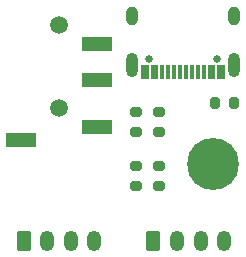
<source format=gts>
G04 #@! TF.GenerationSoftware,KiCad,Pcbnew,(6.0.5)*
G04 #@! TF.CreationDate,2022-07-09T20:46:05-07:00*
G04 #@! TF.ProjectId,interface,696e7465-7266-4616-9365-2e6b69636164,1*
G04 #@! TF.SameCoordinates,Original*
G04 #@! TF.FileFunction,Soldermask,Top*
G04 #@! TF.FilePolarity,Negative*
%FSLAX46Y46*%
G04 Gerber Fmt 4.6, Leading zero omitted, Abs format (unit mm)*
G04 Created by KiCad (PCBNEW (6.0.5)) date 2022-07-09 20:46:05*
%MOMM*%
%LPD*%
G01*
G04 APERTURE LIST*
G04 Aperture macros list*
%AMRoundRect*
0 Rectangle with rounded corners*
0 $1 Rounding radius*
0 $2 $3 $4 $5 $6 $7 $8 $9 X,Y pos of 4 corners*
0 Add a 4 corners polygon primitive as box body*
4,1,4,$2,$3,$4,$5,$6,$7,$8,$9,$2,$3,0*
0 Add four circle primitives for the rounded corners*
1,1,$1+$1,$2,$3*
1,1,$1+$1,$4,$5*
1,1,$1+$1,$6,$7*
1,1,$1+$1,$8,$9*
0 Add four rect primitives between the rounded corners*
20,1,$1+$1,$2,$3,$4,$5,0*
20,1,$1+$1,$4,$5,$6,$7,0*
20,1,$1+$1,$6,$7,$8,$9,0*
20,1,$1+$1,$8,$9,$2,$3,0*%
G04 Aperture macros list end*
%ADD10C,0.650000*%
%ADD11R,0.300000X1.150000*%
%ADD12O,1.000000X1.600000*%
%ADD13O,1.000000X2.100000*%
%ADD14RoundRect,0.200000X-0.275000X0.200000X-0.275000X-0.200000X0.275000X-0.200000X0.275000X0.200000X0*%
%ADD15C,1.500000*%
%ADD16R,2.500000X1.200000*%
%ADD17RoundRect,0.200000X0.275000X-0.200000X0.275000X0.200000X-0.275000X0.200000X-0.275000X-0.200000X0*%
%ADD18RoundRect,0.250000X-0.350000X-0.625000X0.350000X-0.625000X0.350000X0.625000X-0.350000X0.625000X0*%
%ADD19O,1.200000X1.750000*%
%ADD20RoundRect,0.200000X0.200000X0.275000X-0.200000X0.275000X-0.200000X-0.275000X0.200000X-0.275000X0*%
%ADD21C,0.700000*%
%ADD22C,4.400000*%
G04 APERTURE END LIST*
D10*
X69390000Y-55105000D03*
X63610000Y-55105000D03*
D11*
X69850000Y-56170000D03*
X69050000Y-56170000D03*
X67750000Y-56170000D03*
X66750000Y-56170000D03*
X66250000Y-56170000D03*
X65250000Y-56170000D03*
X63950000Y-56170000D03*
X63150000Y-56170000D03*
X63450000Y-56170000D03*
X64250000Y-56170000D03*
X64750000Y-56170000D03*
X65750000Y-56170000D03*
X67250000Y-56170000D03*
X68250000Y-56170000D03*
X68750000Y-56170000D03*
X69550000Y-56170000D03*
D12*
X70820000Y-51425000D03*
D13*
X62180000Y-55605000D03*
X70820000Y-55605000D03*
D12*
X62180000Y-51425000D03*
D14*
X64500000Y-64175000D03*
X64500000Y-65825000D03*
D15*
X56000000Y-52225000D03*
X56000000Y-59225000D03*
D16*
X59250000Y-56825000D03*
X59250000Y-53825000D03*
X52750000Y-61925000D03*
X59250000Y-60825000D03*
D17*
X64500000Y-61225000D03*
X64500000Y-59575000D03*
X62500000Y-61225000D03*
X62500000Y-59575000D03*
D14*
X62500000Y-64175000D03*
X62500000Y-65825000D03*
D18*
X64000000Y-70450000D03*
D19*
X66000000Y-70450000D03*
X68000000Y-70450000D03*
X70000000Y-70450000D03*
D20*
X70825000Y-58800000D03*
X69175000Y-58800000D03*
D18*
X53000000Y-70450000D03*
D19*
X55000000Y-70450000D03*
X57000000Y-70450000D03*
X59000000Y-70450000D03*
D21*
X70650000Y-64000000D03*
X67350000Y-64000000D03*
X67833274Y-65166726D03*
X69000000Y-62350000D03*
X67833274Y-62833274D03*
X69000000Y-65650000D03*
D22*
X69000000Y-64000000D03*
D21*
X70166726Y-62833274D03*
X70166726Y-65166726D03*
M02*

</source>
